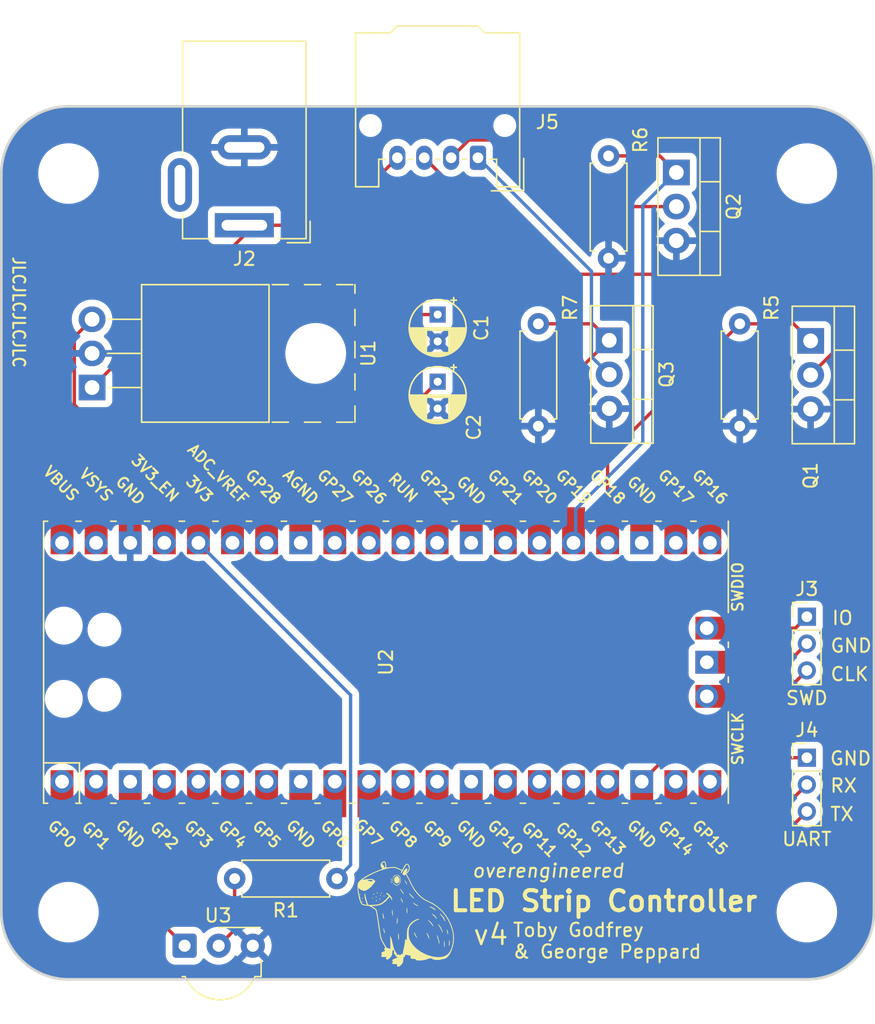
<source format=kicad_pcb>
(kicad_pcb (version 20221018) (generator pcbnew)
  (title_block (title "LED Strip Controller") (date "2023-03-02") (rev "4") (company "Toby Godfrey & George Peppard"))
  (layers (0 "F.Cu" signal) (31 "B.Cu" signal) (34 "B.Paste" user) (35 "F.Paste" user) (36 "B.SilkS" user "B.Silkscreen") (37 "F.SilkS" user "F.Silkscreen") (38 "B.Mask" user) (39 "F.Mask" user) (44 "Edge.Cuts" user))
  (net 0 "")
  (net 1 "+12V")
  (net 2 "GND")
  (net 3 "+5V")
  (net 5 "+3V3")
  (net 6 "Net-(J3-Pin_1)")
  (net 7 "Net-(J3-Pin_2)")
  (net 8 "Net-(J3-Pin_3)")
  (net 9 "Net-(J4-Pin_1)")
  (net 10 "Net-(J4-Pin_2)")
  (net 11 "Net-(J4-Pin_3)")
  (net 12 "Net-(U3-Vs)")
  (net 24 "Net-(U2-GPIO2)")
  (net 44 "Net-(J5-Pin_1)")
  (net 45 "Net-(J5-Pin_2)")
  (net 46 "Net-(J5-Pin_3)")
  (net 47 "Net-(Q1-G)")
  (net 48 "Net-(Q2-G)")
  (net 49 "Net-(Q3-G)")
  (footprint "MountingHole:MountingHole_4mm" (layer "F.Cu") (at 157.22 60)
    (fp_text reference "REF**" hide)
    (fp_text value "MountingHole_4mm" hide)
    (pad "" np_thru_hole circle (at 0 0) (size 4 4) (drill 4) (layers "*.Cu" "*.Mask"))
  )
  (footprint "Package_TO_SOT_THT:TO-220-3_Horizontal_TabUp" (layer "F.Cu") (at 103.978727 75.932718 90)
    (fp_text reference "U1" (at 2.54 20.58 90) (layer "F.SilkS"))
    (fp_text value "L7805")
    (pad "" np_thru_hole oval (at 2.54 16.66 90) (size 3.5 3.5) (drill 3.5) (layers "*.Cu" "*.Mask"))
    (pad "1" thru_hole rect (at 0 0 90) (size 1.905 2) (drill 1.1) (layers "*.Cu" "*.Mask") (net 1 "+12V"))
    (pad "2" thru_hole oval (at 2.54 0 90) (size 1.905 2) (drill 1.1) (layers "*.Cu" "*.Mask") (net 2 "GND"))
    (pad "3" thru_hole oval (at 5.08 0 90) (size 1.905 2) (drill 1.1) (layers "*.Cu" "*.Mask") (net 3 "+5V"))
  )
  (footprint "Connector_BarrelJack:BarrelJack_Wuerth_6941xx301002" (layer "F.Cu") (at 115.32 63.85 180)
    (fp_text reference "J2" (at 0 -2.5) (layer "F.SilkS"))
    (fp_text value "12V_IN")
    (pad "1" thru_hole rect (at 0 0 180) (size 4.4 1.8) (drill oval 3.4 0.8) (layers "*.Cu" "*.Mask") (net 1 "+12V"))
    (pad "2" thru_hole oval (at 0 5.8 180) (size 4 1.8) (drill oval 3 0.8) (layers "*.Cu" "*.Mask") (net 2 "GND"))
    (pad "3" thru_hole oval (at 4.8 3 270) (size 4 1.8) (drill oval 3 0.8) (layers "*.Cu" "*.Mask"))
  )
  (footprint "Resistor_THT:R_Axial_DIN0207_L6.3mm_D2.5mm_P7.62mm_Horizontal" (layer "F.Cu") (at 142.449793 58.684866 -90)
    (fp_text reference "R6" (at -1.184866 -2.37 90) (layer "F.SilkS"))
    (fp_text value "10k")
    (pad "1" thru_hole circle (at 0 0 270) (size 1.6 1.6) (drill 0.8) (layers "*.Cu" "*.Mask") (net 48 "Net-(Q2-G)"))
    (pad "2" thru_hole oval (at 7.62 0 270) (size 1.6 1.6) (drill 0.8) (layers "*.Cu" "*.Mask") (net 2 "GND"))
  )
  (footprint "OptoDevice:Vishay_MOLD-3Pin" (layer "F.Cu") (at 110.87 117.5)
    (fp_text reference "U3" (at 2.5 -2.25 180) (layer "F.SilkS"))
    (fp_text value "TSOP2438")
    (pad "1" thru_hole roundrect (at 0 0) (size 1.8 1.8) (drill 0.9) (layers "*.Cu" "*.Mask") (roundrect_rratio 0.138) (net 24 "Net-(U2-GPIO2)"))
    (pad "2" thru_hole circle (at 2.54 0) (size 1.8 1.8) (drill 0.9) (layers "*.Cu" "*.Mask") (net 12 "Net-(U3-Vs)"))
    (pad "3" thru_hole circle (at 5.08 0) (size 1.8 1.8) (drill 0.9) (layers "*.Cu" "*.Mask") (net 2 "GND"))
  )
  (footprint "Connector_Molex:Molex_MicroClasp_55935-0410_1x04_P2.00mm_Horizontal" (layer "F.Cu") (at 132.72 58.825 180)
    (fp_text reference "J5" (at -5.169811 2.657192) (layer "F.SilkS"))
    (fp_text value "LED_Strip")
    (pad "" np_thru_hole circle (at -2 2.4 180) (size 1.2 1.2) (drill 1.2) (layers "*.Cu" "*.Mask"))
    (pad "" np_thru_hole circle (at 8 2.4 180) (size 1.2 1.2) (drill 1.2) (layers "*.Cu" "*.Mask"))
    (pad "1" thru_hole roundrect (at 0 0 180) (size 1.2 1.8) (drill 0.8) (layers "*.Cu" "*.Mask") (roundrect_rratio 0.2083333333) (net 44 "Net-(J5-Pin_1)"))
    (pad "2" thru_hole oval (at 2 0 180) (size 1.2 1.8) (drill 0.8) (layers "*.Cu" "*.Mask") (net 45 "Net-(J5-Pin_2)"))
    (pad "3" thru_hole oval (at 4 0 180) (size 1.2 1.8) (drill 0.8) (layers "*.Cu" "*.Mask") (net 46 "Net-(J5-Pin_3)"))
    (pad "4" thru_hole oval (at 6 0 180) (size 1.2 1.8) (drill 0.8) (layers "*.Cu" "*.Mask") (net 1 "+12V"))
  )
  (footprint "LOGO" (layer "F.Cu") (at 127.22 115)
    (fp_text reference "G***" hide)
    (fp_text value "LOGO" hide)
  )
  (footprint "Package_TO_SOT_THT:TO-220-3_Vertical" (layer "F.Cu") (at 142.5 72.42 -90)
    (fp_text reference "Q3" (at 2.54 -4.27 90) (layer "F.SilkS"))
    (fp_text value "IRL520N")
    (pad "1" thru_hole rect (at 0 0 270) (size 1.905 2) (drill 1.1) (layers "*.Cu" "*.Mask") (net 49 "Net-(Q3-G)"))
    (pad "2" thru_hole oval (at 2.54 0 270) (size 1.905 2) (drill 1.1) (layers "*.Cu" "*.Mask") (net 44 "Net-(J5-Pin_1)"))
    (pad "3" thru_hole oval (at 5.08 0 270) (size 1.905 2) (drill 1.1) (layers "*.Cu" "*.Mask") (net 2 "GND"))
  )
  (footprint "Package_TO_SOT_THT:TO-220-3_Vertical" (layer "F.Cu") (at 157.5 72.46 -90)
    (fp_text reference "Q1" (at 10.04 0 90) (layer "F.SilkS"))
    (fp_text value "IRL520N")
    (pad "1" thru_hole rect (at 0 0 270) (size 1.905 2) (drill 1.1) (layers "*.Cu" "*.Mask") (net 47 "Net-(Q1-G)"))
    (pad "2" thru_hole oval (at 2.54 0 270) (size 1.905 2) (drill 1.1) (layers "*.Cu" "*.Mask") (net 46 "Net-(J5-Pin_3)"))
    (pad "3" thru_hole oval (at 5.08 0 270) (size 1.905 2) (drill 1.1) (layers "*.Cu" "*.Mask") (net 2 "GND"))
  )
  (footprint "Connector_PinHeader_2.00mm:PinHeader_1x03_P2.00mm_Vertical" (layer "F.Cu") (at 157.22 103.5)
    (fp_text reference "J4" (at 0 -2.06) (layer "F.SilkS"))
    (fp_text value "UART" (at 0 6.06) (layer "F.SilkS"))
    (pad "1" thru_hole rect (at 0 0) (size 1.35 1.35) (drill 0.8) (layers "*.Cu" "*.Mask") (net 9 "Net-(J4-Pin_1)"))
    (pad "2" thru_hole oval (at 0 2) (size 1.35 1.35) (drill 0.8) (layers "*.Cu" "*.Mask") (net 10 "Net-(J4-Pin_2)"))
    (pad "3" thru_hole oval (at 0 4) (size 1.35 1.35) (drill 0.8) (layers "*.Cu" "*.Mask") (net 11 "Net-(J4-Pin_3)"))
  )
  (footprint "Capacitor_THT:CP_Radial_D4.0mm_P2.00mm" (layer "F.Cu") (at 129.72 75.5 -90)
    (fp_text reference "C2" (at 3.404785 -2.69595 90) (layer "F.SilkS"))
    (fp_text value "1uF")
    (pad "1" thru_hole rect (at 0 0 270) (size 1.2 1.2) (drill 0.6) (layers "*.Cu" "*.Mask") (net 3 "+5V"))
    (pad "2" thru_hole circle (at 2 0 270) (size 1.2 1.2) (drill 0.6) (layers "*.Cu" "*.Mask") (net 2 "GND"))
  )
  (footprint "MCU_RaspberryPi_and_Boards:RPi_Pico_SMD_TH" (layer "F.Cu") (at 125.87 96.39 90)
    (fp_text reference "U2" (at 0 0 90) (layer "F.SilkS"))
    (fp_text value "Pico")
    (fp_text user "SWDIO" (at 5.6 26.2 90) (layer "F.SilkS") (effects (font (size 0.8 0.8))))
    (fp_text user "GP8" (at -12.8 1.27 135) (layer "F.SilkS") (effects (font (size 0.8 0.8))))
    (fp_text user "AGND" (at 13.054 -6.35 135) (layer "F.SilkS") (effects (font (size 0.8 0.8))))
    (fp_text user "GND" (at -12.8 19.05 135) (layer "F.SilkS") (effects (font (size 0.8 0.8))))
    (fp_text user "GP17" (at 13.054 21.59 135) (layer "F.SilkS") (effects (font (size 0.8 0.8))))
    (fp_text user "GP22" (at 13.054 3.81 135) (layer "F.SilkS") (effects (font (size 0.8 0.8))))
    (fp_text user "3V3" (at 12.9 -13.9 135) (layer "F.SilkS") (effects (font (size 0.8 0.8))))
    (fp_text user "GP7" (at -12.7 -1.3 135) (layer "F.SilkS") (effects (font (size 0.8 0.8))))
    (fp_text user "RUN" (at 13 1.27 135) (layer "F.SilkS") (effects (font (size 0.8 0.8))))
    (fp_text user "GP19" (at 13.054 13.97 135) (layer "F.SilkS") (effects (font (size 0.8 0.8))))
    (fp_text user "GP6" (at -12.8 -3.81 135) (layer "F.SilkS") (effects (font (size 0.8 0.8))))
    (fp_text user "VSYS" (at 13.2 -21.59 135) (layer "F.SilkS") (effects (font (size 0.8 0.8))))
    (fp_text user "GND" (at 12.8 6.35 135) (layer "F.SilkS") (effects (font (size 0.8 0.8))))
    (fp_text user "GP18" (at 13.054 16.51 135) (layer "F.SilkS") (effects (font (size 0.8 0.8))))
    (fp_text user "GP28" (at 13.054 -9.144 135) (layer "F.SilkS") (effects (font (size 0.8 0.8))))
    (fp_text user "GP27" (at 13.054 -3.8 135) (layer "F.SilkS") (effects (font (size 0.8 0.8))))
    (fp_text user "GND" (at -12.8 -6.35 135) (layer "F.SilkS") (effects (font (size 0.8 0.8))))
    (fp_text user "SWCLK" (at -5.7 26.2 90) (layer "F.SilkS") (effects (font (size 0.8 0.8))))
    (fp_text user "GP5" (at -12.8 -8.89 135) (layer "F.SilkS") (effects (font (size 0.8 0.8))))
    (fp_text user "VBUS" (at 13.3 -24.2 135) (layer "F.SilkS") (effects (font (size 0.8 0.8))))
    (fp_text user "GP2" (at -12.9 -16.51 135) (layer "F.SilkS") (effects (font (size 0.8 0.8))))
    (fp_text user "GND" (at -12.8 -19.05 135) (layer "F.SilkS") (effects (font (size 0.8 0.8))))
    (fp_text user "GP21" (at 13.054 8.9 135) (layer "F.SilkS") (effects (font (size 0.8 0.8))))
    (fp_text user "GP11" (at -13.2 11.43 135) (layer "F.SilkS") (effects (font (size 0.8 0.8))))
    (fp_text user "GP26" (at 13.054 -1.27 135) (layer "F.SilkS") (effects (font (size 0.8 0.8))))
    (fp_text user "GP10" (at -13.054 8.89 135) (layer "F.SilkS") (effects (font (size 0.8 0.8))))
    (fp_text user "GP0" (at -12.8 -24.13 135) (layer "F.SilkS") (effects (font (size 0.8 0.8))))
    (fp_text user "GP3" (at -12.8 -13.97 135) (layer "F.SilkS") (effects (font (size 0.8 0.8))))
    (fp_text user "GP4" (at -12.8 -11.43 135) (layer "F.SilkS") (effects (font (size 0.8 0.8))))
    (fp_text user "GP16" (at 13.054 24.13 135) (layer "F.SilkS") (effects (font (size 0.8 0.8))))
    (fp_text user "GND" (at 12.8 -19.05 135) (layer "F.SilkS") (effects (font (size 0.8 0.8))))
    (fp_text user "GND" (at 12.8 19.05 135) (layer "F.SilkS") (effects (font (size 0.8 0.8))))
    (fp_text user "GND" (at -12.8 6.35 135) (layer "F.SilkS") (effects (font (size 0.8 0.8))))
    (fp_text user "ADC_VREF" (at 14 -12.5 135) (layer "F.SilkS") (effects (font (size 0.8 0.8))))
    (fp_text user "GP1" (at -12.9 -21.6 135) (layer "F.SilkS") (effects (font (size 0.8 0.8))))
    (fp_text user "GP13" (at -13.054 16.51 135) (layer "F.SilkS") (effects (font (size 0.8 0.8))))
    (fp_text user "3V3_EN" (at 13.7 -17.2 135) (layer "F.SilkS") (effects (font (size 0.8 0.8))))
    (fp_text user "GP20" (at 13.054 11.43 135) (layer "F.SilkS") (effects (font (size 0.8 0.8))))
    (fp_text user "GP9" (at -12.8 3.81 135) (layer "F.SilkS") (effects (font (size 0.8 0.8))))
    (fp_text user "GP14" (at -13.1 21.59 135) (layer "F.SilkS") (effects (font (size 0.8 0.8))))
    (fp_text user "GP12" (at -13.2 13.97 135) (layer "F.SilkS") (effects (font (size 0.8 0.8))))
    (fp_text user "GP15" (at -13.054 24.13 135) (layer "F.SilkS") (effects (font (size 0.8 0.8))))
    (pad "" np_thru_hole oval (at -2.725 -24 90) (size 1.8 1.8) (drill 1.8) (layers "*.Cu" "*.Mask"))
    (pad "" np_thru_hole oval (at -2.425 -20.97 90) (size 1.5 1.5) (drill 1.5) (layers "*.Cu" "*.Mask"))
    (pad "" np_thru_hole oval (at 2.425 -20.97 90) (size 1.5 1.5) (drill 1.5) (layers "*.Cu" "*.Mask"))
    (pad "" np_thru_hole oval (at 2.725 -24 90) (size 1.8 1.8) (drill 1.8) (layers "*.Cu" "*.Mask"))
    (pad "1" thru_hole oval (at -8.89 -24.13 90) (size 1.7 1.7) (drill 1.02) (layers "*.Cu" "*.Mask"))
    (pad "1" smd rect (at -8.89 -24.13 90) (size 3.5 1.7) (drill (offset -0.9 0)) (layers "F.Cu" "F.Mask"))
    (pad "2" thru_hole oval (at -8.89 -21.59 90) (size 1.7 1.7) (drill 1.02) (layers "*.Cu" "*.Mask"))
    (pad "2" smd rect (at -8.89 -21.59 90) (size 3.5 1.7) (drill (offset -0.9 0)) (layers "F.Cu" "F.Mask"))
    (pad "3" thru_hole rect (at -8.89 -19.05 90) (size 1.7 1.7) (drill 1.02) (layers "*.Cu" "*.Mask"))
    (pad "3" smd rect (at -8.89 -19.05 90) (size 3.5 1.7) (drill (offset -0.9 0)) (layers "F.Cu" "F.Mask"))
    (pad "4" thru_hole oval (at -8.89 -16.51 90) (size 1.7 1.7) (drill 1.02) (layers "*.Cu" "*.Mask") (net 24 "Net-(U2-GPIO2)"))
    (pad "4" smd rect (at -8.89 -16.51 90) (size 3.5 1.7) (drill (offset -0.9 0)) (layers "F.Cu" "F.Mask") (net 24 "Net-(U2-GPIO2)"))
    (pad "5" thru_hole oval (at -8.89 -13.97 90) (size 1.7 1.7) (drill 1.02) (layers "*.Cu" "*.Mask"))
    (pad "5" smd rect (at -8.89 -13.97 90) (size 3.5 1.7) (drill (offset -0.9 0)) (layers "F.Cu" "F.Mask"))
    (pad "6" thru_hole oval (at -8.89 -11.43 90) (size 1.7 1.7) (drill 1.02) (layers "*.Cu" "*.Mask"))
    (pad "6" smd rect (at -8.89 -11.43 90) (size 3.5 1.7) (drill (offset -0.9 0)) (layers "F.Cu" "F.Mask"))
    (pad "7" thru_hole oval (at -8.89 -8.89 90) (size 1.7 1.7) (drill 1.02) (layers "*.Cu" "*.Mask"))
    (pad "7" smd rect (at -8.89 -8.89 90) (size 3.5 1.7) (drill (offset -0.9 0)) (layers "F.Cu" "F.Mask"))
    (pad "8" thru_hole rect (at -8.89 -6.35 90) (size 1.7 1.7) (drill 1.02) (layers "*.Cu" "*.Mask"))
    (pad "8" smd rect (at -8.89 -6.35 90) (size 3.5 1.7) (drill (offset -0.9 0)) (layers "F.Cu" "F.Mask"))
    (pad "9" thru_hole oval (at -8.89 -3.81 90) (size 1.7 1.7) (drill 1.02) (layers "*.Cu" "*.Mask"))
    (pad "9" smd rect (at -8.89 -3.81 90) (size 3.5 1.7) (drill (offset -0.9 0)) (layers "F.Cu" "F.Mask"))
    (pad "10" thru_hole oval (at -8.89 -1.27 90) (size 1.7 1.7) (drill 1.02) (layers "*.Cu" "*.Mask"))
    (pad "10" smd rect (at -8.89 -1.27 90) (size 3.5 1.7) (drill (offset -0.9 0)) (layers "F.Cu" "F.Mask"))
    (pad "11" thru_hole oval (at -8.89 1.27 90) (size 1.7 1.7) (drill 1.02) (layers "*.Cu" "*.Mask"))
    (pad "11" smd rect (at -8.89 1.27 90) (size 3.5 1.7) (drill (offset -0.9 0)) (layers "F.Cu" "F.Mask"))
    (pad "12" thru_hole oval (at -8.89 3.81 90) (size 1.7 1.7) (drill 1.02) (layers "*.Cu" "*.Mask"))
    (pad "12" smd rect (at -8.89 3.81 90) (size 3.5 1.7) (drill (offset -0.9 0)) (layers "F.Cu" "F.Mask"))
    (pad "13" thru_hole rect (at -8.89 6.35 90) (size 1.7 1.7) (drill 1.02) (layers "*.Cu" "*.Mask"))
    (pad "13" smd rect (at -8.89 6.35 90) (size 3.5 1.7) (drill (offset -0.9 0)) (layers "F.Cu" "F.Mask"))
    (pad "14" thru_hole oval (at -8.89 8.89 90) (size 1.7 1.7) (drill 1.02) (layers "*.Cu" "*.Mask"))
    (pad "14" smd rect (at -8.89 8.89 90) (size 3.5 1.7) (drill (offset -0.9 0)) (layers "F.Cu" "F.Mask"))
    (pad "15" thru_hole oval (at -8.89 11.43 90) (size 1.7 1.7) (drill 1.02) (layers "*.Cu" "*.Mask"))
    (pad "15" smd rect (at -8.89 11.43 90) (size 3.5 1.7) (drill (offset -0.9 0)) (layers "F.Cu" "F.Mask"))
    (pad "16" thru_hole oval (at -8.89 13.97 90) (size 1.7 1.7) (drill 1.02) (layers "*.Cu" "*.Mask") (net 11 "Net-(J4-Pin_3)"))
    (pad "16" smd rect (at -8.89 13.97 90) (size 3.5 1.7) (drill (offset -0.9 0)) (layers "F.Cu" "F.Mask") (net 11 "Net-(J4-Pin_3)"))
    (pad "17" thru_hole oval (at -8.89 16.51 90) (size 1.7 1.7) (drill 1.02) (layers "*.Cu" "*.Mask") (net 10 "Net-(J4-Pin_2)"))
    (pad "17" smd rect (at -8.89 16.51 90) (size 3.5 1.7) (drill (offset -0.9 0)) (layers "F.Cu" "F.Mask") (net 10 "Net-(J4-Pin_2)"))
    (pad "18" thru_hole rect (at -8.89 19.05 90) (size 1.7 1.7) (drill 1.02) (layers "*.Cu" "*.Mask") (net 9 "Net-(J4-Pin_1)"))
    (pad "18" smd rect (at -8.89 19.05 90) (size 3.5 1.7) (drill (offset -0.9 0)) (layers "F.Cu" "F.Mask") (net 9 "Net-(J4-Pin_1)"))
    (pad "19" thru_hole oval (at -8.89 21.59 90) (size 1.7 1.7) (drill 1.02) (layers "*.Cu" "*.Mask"))
    (pad "19" smd rect (at -8.89 21.59 90) (size 3.5 1.7) (drill (offset -0.9 0)) (layers "F.Cu" "F.Mask"))
    (pad "20" thru_hole oval (at -8.89 24.13 90) (size 1.7 1.7) (drill 1.02) (layers "*.Cu" "*.Mask"))
    (pad "20" smd rect (at -8.89 24.13 90) (size 3.5 1.7) (drill (offset -0.9 0)) (layers "F.Cu" "F.Mask"))
    (pad "21" thru_hole oval (at 8.89 24.13 90) (size 1.7 1.7) (drill 1.02) (layers "*.Cu" "*.Mask"))
    (pad "21" smd rect (at 8.89 24.13 90) (size 3.5 1.7) (drill (offset 0.9 0)) (layers "F.Cu" "F.Mask"))
    (pad "22" thru_hole oval (at 8.89 21.59 90) (size 1.7 1.7) (drill 1.02) (layers "*.Cu" "*.Mask"))
    (pad "22" smd rect (at 8.89 21.59 90) (size 3.5 1.7) (drill (offset 0.9 0)) (layers "F.Cu" "F.Mask"))
    (pad "23" thru_hole rect (at 8.89 19.05 90) (size 1.7 1.7) (drill 1.02) (layers "*.Cu" "*.Mask"))
    (pad "23" smd rect (at 8.89 19.05 90) (size 3.5 1.7) (drill (offset 0.9 0)) (layers "F.Cu" "F.Mask"))
    (pad "24" thru_hole oval (at 8.89 16.51 90) (size 1.7 1.7) (drill 1.02) (layers "*.Cu" "*.Mask") (net 47 "Net-(Q1-G)"))
    (pad "24" smd rect (at 8.89 16.51 90) (size 3.5 1.7) (drill (offset 0.9 0)) (layers "F.Cu" "F.Mask") (net 47 "Net-(Q1-G)"))
    (pad "25" thru_hole oval (at 8.89 13.97 90) (size 1.7 1.7) (drill 1.02) (layers "*.Cu" "*.Mask") (net 48 "Net-(Q2-G)"))
    (pad "25" smd rect (at 8.89 13.97 90) (size 3.5 1.7) (drill (offset 0.9 0)) (layers "F.Cu" "F.Mask") (net 48 "Net-(Q2-G)"))
    (pad "26" thru_hole oval (at 8.89 11.43 90) (size 1.7 1.7) (drill 1.02) (layers "*.Cu" "*.Mask") (net 49 "Net-(Q3-G)"))
    (pad "26" smd rect (at 8.89 11.43 90) (size 3.5 1.7) (drill (offset 0.9 0)) (layers "F.Cu" "F.Mask") (net 49 "Net-(Q3-G)"))
    (pad "27" thru_hole oval (at 8.89 8.89 90) (size 1.7 1.7) (drill 1.02) (layers "*.Cu" "*.Mask"))
    (pad "27" smd rect (at 8.89 8.89 90) (size 3.5 1.7) (drill (offset 0.9 0)) (layers "F.Cu" "F.Mask"))
    (pad "28" thru_hole rect (at 8.89 6.35 90) (size 1.7 1.7) (drill 1.02) (layers "*.Cu" "*.Mask"))
    (pad "28" smd rect (at 8.89 6.35 90) (size 3.5 1.7) (drill (offset 0.9 0)) (layers "F.Cu" "F.Mask"))
    (pad "29" thru_hole oval (at 8.89 3.81 90) (size 1.7 1.7) (drill 1.02) (layers "*.Cu" "*.Mask"))
    (pad "29" smd rect (at 8.89 3.81 90) (size 3.5 1.7) (drill (offset 0.9 0)) (layers "F.Cu" "F.Mask"))
    (pad "30" thru_hole oval (at 8.89 1.27 90) (size 1.7 1.7) (drill 1.02) (layers "*.Cu" "*.Mask"))
    (pad "30" smd rect (at 8.89 1.27 90) (size 3.5 1.7) (drill (offset 0.9 0)) (layers "F.Cu" "F.Mask"))
    (pad "31" thru_hole oval (at 8.89 -1.27 90) (size 1.7 1.7) (drill 1.02) (layers "*.Cu" "*.Mask"))
    (pad "31" smd rect (at 8.89 -1.27 90) (size 3.5 1.7) (drill (offset 0.9 0)) (layers "F.Cu" "F.Mask"))
    (pad "32" thru_hole oval (at 8.89 -3.81 90) (size 1.7 1.7) (drill 1.02) (layers "*.Cu" "*.Mask"))
    (pad "32" smd rect (at 8.89 -3.81 90) (size 3.5 1.7) (drill (offset 0.9 0)) (layers "F.Cu" "F.Mask"))
    (pad "33" thru_hole rect (at 8.89 -6.35 90) (size 1.7 1.7) (drill 1.02) (layers "*.Cu" "*.Mask"))
    (pad "33" smd rect (at 8.89 -6.35 90) (size 3.5 1.7) (drill (offset 0.9 0)) (layers "F.Cu" "F.Mask"))
    (pad "34" thru_hole oval (at 8.89 -8.89 90) (size 1.7 1.7) (drill 1.02) (layers "*.Cu" "*.Mask"))
    (pad "34" smd rect (at 8.89 -8.89 90) (size 3.5 1.7) (drill (offset 0.9 0)) (layers "F.Cu" "F.Mask"))
    (pad "35" thru_hole oval (at 8.89 -11.43 90) (size 1.7 1.7) (drill 1.02) (layers "*.Cu" "*.Mask"))
    (pad "35" smd rect (at 8.89 -11.43 90) (size 3.5 1.7) (drill (offset 0.9 0)) (layers "F.Cu" "F.Mask"))
    (pad "36" thru_hole oval (at 8.89 -13.97 90) (size 1.7 1.7) (drill 1.02) (layers "*.Cu" "*.Mask") (net 5 "+3V3"))
    (pad "36" smd rect (at 8.89 -13.97 90) (size 3.5 1.7) (drill (offset 0.9 0)) (layers "F.Cu" "F.Mask") (net 5 "+3V3"))
    (pad "37" thru_hole oval (at 8.89 -16.51 90) (size 1.7 1.7) (drill 1.02) (layers "*.Cu" "*.Mask"))
    (pad "37" smd rect (at 8.89 -16.51 90) (size 3.5 1.7) (drill (offset 0.9 0)) (layers "F.Cu" "F.Mask"))
    (pad "38" thru_hole rect (at 8.89 -19.05 90) (size 1.7 1.7) (drill 1.02) (layers "*.Cu" "*.Mask") (net 2 "GND"))
    (pad "38" smd rect (at 8.89 -19.05 90) (size 3.5 1.7) (drill (offset 0.9 0)) (layers "F.Cu" "F.Mask") (net 2 "GND"))
    (pad "39" thru_hole oval (at 8.89 -21.59 90) (size 1.7 1.7) (drill 1.02) (layers "*.Cu" "*.Mask") (net 3 "+5V"))
    (pad "39" smd rect (at 8.89 -21.59 90) (size 3.5 1.7) (drill (offset 0.9 0)) (layers "F.Cu" "F.Mask") (net 3 "+5V"))
    (pad "40" thru_hole oval (at 8.89 -24.13 90) (size 1.7 1.7) (drill 1.02) (layers "*.Cu" "*.Mask"))
    (pad "40" smd rect (at 8.89 -24.13 90) (size 3.5 1.7) (drill (offset 0.9 0)) (layers "F.Cu" "F.Mask"))
    (pad "41" thru_hole oval (at -2.54 23.9 90) (size 1.7 1.7) (drill 1.02) (layers "*.Cu" "*.Mask") (net 8 "Net-(J3-Pin_3)"))
    (pad "41" smd rect (at -2.54 23.9 180) (size 3.5 1.7) (drill (offset -0.9 0)) (layers "F.Cu" "F.Mask") (net 8 "Net-(J3-Pin_3)"))
    (pad "42" thru_hole rect (at 0 23.9 90) (size 1.7 1.7) (drill 1.02) (layers "*.Cu" "*.Mask") (net 7 "Net-(J3-Pin_2)"))
    (pad "42" smd rect (at 0 23.9 180) (size 3.5 1.7) (drill (offset -0.9 0)) (layers "F.Cu" "F.Mask") (net 7 "Net-(J3-Pin_2)"))
    (pad "43" thru_hole oval (at 2.54 23.9 90) (size 1.7 1.7) (drill 1.02) (layers "*.Cu" "*.Mask") (net 6 "Net-(J3-Pin_1)"))
    (pad "43" smd rect (at 2.54 23.9 180) (size 3.5 1.7) (drill (offset -0.9 0)) (layers "F.Cu" "F.Mask") (net 6 "Net-(J3-Pin_1)"))
  )
  (footprint "Resistor_THT:R_Axial_DIN0207_L6.3mm_D2.5mm_P7.62mm_Horizontal" (layer "F.Cu") (at 152.22 71.19 -90)
    (fp_text reference "R5" (at -1.19 -2.37 90) (layer "F.SilkS"))
    (fp_text value "10k")
    (pad "1" thru_hole circle (at 0 0 270) (size 1.6 1.6) (drill 0.8) (layers "*.Cu" "*.Mask") (net 47 "Net-(Q1-G)"))
    (pad "2" thru_hole oval (at 7.62 0 270) (size 1.6 1.6) (drill 0.8) (layers "*.Cu" "*.Mask") (net 2 "GND"))
  )
  (footprint "Package_TO_SOT_THT:TO-220-3_Vertical" (layer "F.Cu") (at 147.5 59.92 -90)
    (fp_text reference "Q2" (at 2.54 -4.27 90) (layer "F.SilkS"))
    (fp_text value "IRL520N")
    (pad "1" thru_hole rect (at 0 0 270) (size 1.905 2) (drill 1.1) (layers "*.Cu" "*.Mask") (net 48 "Net-(Q2-G)"))
    (pad "2" thru_hole oval (at 2.54 0 270) (size 1.905 2) (drill 1.1) (layers "*.Cu" "*.Mask") (net 45 "Net-(J5-Pin_2)"))
    (pad "3" thru_hole oval (at 5.08 0 270) (size 1.905 2) (drill 1.1) (layers "*.Cu" "*.Mask") (net 2 "GND"))
  )
  (footprint "Capacitor_THT:CP_Radial_D4.0mm_P2.00mm" (layer "F.Cu") (at 129.72 70.5 -90)
    (fp_text reference "C1" (at 1 -3.25 90) (layer "F.SilkS"))
    (fp_text value "10uF")
    (pad "1" thru_hole rect (at 0 0 270) (size 1.2 1.2) (drill 0.6) (layers "*.Cu" "*.Mask") (net 1 "+12V"))
    (pad "2" thru_hole circle (at 2 0 270) (size 1.2 1.2) (drill 0.6) (layers "*.Cu" "*.Mask") (net 2 "GND"))
  )
  (footprint "MountingHole:MountingHole_4mm" (layer "F.Cu") (at 157.22 115)
    (fp_text reference "REF**" hide)
    (fp_text value "MountingHole_4mm" hide)
    (pad "" np_thru_hole circle (at 0 0) (size 4 4) (drill 4) (layers "*.Cu" "*.Mask"))
  )
  (footprint "Resistor_THT:R_Axial_DIN0207_L6.3mm_D2.5mm_P7.62mm_Horizontal" (layer "F.Cu") (at 122.22 112.5 180)
    (fp_text reference "R1" (at 3.81 -2.37) (layer "F.SilkS"))
    (fp_text value "660")
    (pad "1" thru_hole circle (at 0 0 180) (size 1.6 1.6) (drill 0.8) (layers "*.Cu" "*.Mask") (net 5 "+3V3"))
    (pad "2" thru_hole oval (at 7.62 0 180) (size 1.6 1.6) (drill 0.8) (layers "*.Cu" "*.Mask") (net 12 "Net-(U3-Vs)"))
  )
  (footprint "MountingHole:MountingHole_4mm" (layer "F.Cu") (at 102.22 60)
    (fp_text reference "REF**" hide)
    (fp_text value "MountingHole_4mm" hide)
    (pad "" np_thru_hole circle (at 0 0) (size 4 4) (drill 4) (layers "*.Cu" "*.Mask"))
  )
  (footprint "Resistor_THT:R_Axial_DIN0207_L6.3mm_D2.5mm_P7.62mm_Horizontal" (layer "F.Cu") (at 137.22 71.19 -90)
    (fp_text reference "R7" (at -1.19 -2.37 90) (layer "F.SilkS"))
    (fp_text value "10k")
    (pad "1" thru_hole circle (at 0 0 270) (size 1.6 1.6) (drill 0.8) (layers "*.Cu" "*.Mask") (net 49 "Net-(Q3-G)"))
    (pad "2" thru_hole oval (at 7.62 0 270) (size 1.6 1.6) (drill 0.8) (layers "*.Cu" "*.Mask") (net 2 "GND"))
  )
  (footprint "MountingHole:MountingHole_4mm" (layer "F.Cu") (at 102.22 115)
    (fp_text reference "REF**" hide)
    (fp_text value "MountingHole_4mm" hide)
    (pad "" np_thru_hole circle (at 0 0) (size 4 4) (drill 4) (layers "*.Cu" "*.Mask"))
  )
  (footprint "Connector_PinHeader_2.00mm:PinHeader_1x03_P2.00mm_Vertical" (layer "F.Cu") (at 157.22 93)
    (fp_text reference "J3" (at 0 -2.06) (layer "F.SilkS"))
    (fp_text value "SWD" (at 0 6.06) (layer "F.SilkS"))
    (pad "1" thru_hole rect (at 0 0) (size 1.35 1.35) (drill 0.8) (layers "*.Cu" "*.Mask") (net 6 "Net-(J3-Pin_1)"))
    (pad "2" thru_hole oval (at 0 2) (size 1.35 1.35) (drill 0.8) (layers "*.Cu" "*.Mask") (net 7 "Net-(J3-Pin_2)"))
    (pad "3" thru_hole oval (at 0 4) (size 1.35 1.35) (drill 0.8) (layers "*.Cu" "*.Mask") (net 8 "Net-(J3-Pin_3)"))
  )
  (gr_arc (start 162.22 115) (mid 160.755534 118.535534) (end 157.22 120) (stroke (width 0.2)) (layer "Edge.Cuts"))
  (gr_arc (start 157.22 55) (mid 160.755534 56.464466) (end 162.22 60) (stroke (width 0.2)) (layer "Edge.Cuts"))
  (gr_line (start 97.22 115) (end 97.22 60) (stroke (width 0.2)) (layer "Edge.Cuts"))
  (gr_line (start 102.22 55) (end 157.22 55) (stroke (width 0.2)) (layer "Edge.Cuts"))
  (gr_line (start 157.22 120) (end 102.22 120) (stroke (width 0.2)) (layer "Edge.Cuts"))
  (gr_line (start 162.22 60) (end 162.22 115) (stroke (width 0.2)) (layer "Edge.Cuts"))
  (gr_arc (start 102.22 120) (mid 98.684466 118.535534) (end 97.22 115) (stroke (width 0.2)) (layer "Edge.Cuts"))
  (gr_arc (start 97.22 60) (mid 98.684466 56.464466) (end 102.22 55) (stroke (width 0.2)) (layer "Edge.Cuts"))
  (gr_text "IO" (at 159.01318 93.682358) (layer "F.SilkS") (effects (font (size 1 1)) (justify left bottom)))
  (gr_text "TX" (at 158.879563 108.284837) (layer "F.SilkS") (effects (font (size 1 1)) (justify left bottom)))
  (gr_text "GND" (at 158.898651 95.743884) (layer "F.SilkS") (effects (font (size 1 1)) (justify left bottom)))
  (gr_text "LED Strip Controller" (at 130.515816 115.055548) (layer "F.SilkS") (effects (font (size 1.5 1.5) (thickness 0.3) bold) (justify left bottom)))
  (gr_text "RX" (at 158.879563 106.166046) (layer "F.SilkS") (effects (font (size 1 1)) (justify left bottom)))
  (gr_text "Toby Godfrey\n& George Peppard" (at 135.249674 118.522073) (layer "F.SilkS") (effects (font (size 1 1)) (justify left bottom)))
  (gr_text "overengineered" (at 132.22 112.5) (layer "F.SilkS") (effects (font (size 1 1) (thickness 0.15) italic) (justify left bottom)))
  (gr_text "JLCJLCJLCJLC" (at 98.514059 70.326146 270) (layer "F.SilkS") (effects (font (size 0.9 0.8) (thickness 0.15) bold)))
  (gr_text "GND" (at 158.860475 104.142696) (layer "F.SilkS") (effects (font (size 1 1)) (justify left bottom)))
  (gr_text "CLK" (at 158.898651 97.862675) (layer "F.SilkS") (effects (font (size 1 1)) (justify left bottom)))
  (gr_text "v4" (at 132.267716 117.552937) (layer "F.SilkS") (effects (font (size 1.5 1.5) (thickness 0.1875)) (justify left bottom)))
  (segment (start 115.32 63.85) (end 121.695 63.85) (width 0.25) (layer "F.Cu") (net 1))
  (segment (start 115.32 63.85) (end 115.32 64.591445) (width 0.25) (layer "F.Cu") (net 1))
  (segment (start 115.32 64.591445) (end 103.978727 75.932718) (width 0.25) (layer "F.Cu") (net 1))
  (segment (start 121.695 63.85) (end 126.72 58.825) (width 0.25) (layer "F.Cu") (net 1))
  (segment (start 128.345 70.5) (end 129.72 70.5) (width 0.25) (layer "F.Cu") (net 1))
  (segment (start 121.695 63.85) (end 128.345 70.5) (width 0.25) (layer "F.Cu") (net 1))
  (segment (start 104.28 78.836491) (end 104.28 87.5) (width 0.25) (layer "F.Cu") (net 3))
  (segment (start 105.616491 77.5) (end 127.72 77.5) (width 0.25) (layer "F.Cu") (net 3))
  (segment (start 102.653727 72.177718) (end 102.653727 77.210218) (width 0.25) (layer "F.Cu") (net 3))
  (segment (start 127.72 77.5) (end 129.72 75.5) (width 0.25) (layer "F.Cu") (net 3))
  (segment (start 102.653727 77.210218) (end 104.28 78.836491) (width 0.25) (layer "F.Cu") (net 3))
  (segment (start 103.978727 70.852718) (end 102.653727 72.177718) (width 0.25) (layer "F.Cu") (net 3))
  (segment (start 104.28 78.836491) (end 105.616491 77.5) (width 0.25) (layer "F.Cu") (net 3))
  (segment (start 123.235 111.485) (end 122.22 112.5) (width 0.25) (layer "B.Cu") (net 5))
  (segment (start 123.235 98.835) (end 123.235 111.485) (width 0.25) (layer "B.Cu") (net 5))
  (segment (start 111.9 87.5) (end 123.235 98.835) (width 0.25) (layer "B.Cu") (net 5))
  (segment (start 149.77 93.85) (end 156.37 93.85) (width 0.25) (layer "F.Cu") (net 6))
  (segment (start 156.37 93.85) (end 157.22 93) (width 0.25) (layer "F.Cu") (net 6))
  (segment (start 149.77 96.39) (end 155.83 96.39) (width 0.25) (layer "F.Cu") (net 7))
  (segment (start 155.83 96.39) (end 157.22 95) (width 0.25) (layer "F.Cu") (net 7))
  (segment (start 149.77 98.93) (end 155.29 98.93) (width 0.25) (layer "F.Cu") (net 8))
  (segment (start 155.29 98.93) (end 157.22 97) (width 0.25) (layer "F.Cu") (net 8))
  (segment (start 144.92 105.28) (end 146.7 103.5) (width 0.25) (layer "F.Cu") (net 9))
  (segment (start 146.7 103.5) (end 157.22 103.5) (width 0.25) (layer "F.Cu") (net 9))
  (segment (start 143.745 108.255) (end 154.465 108.255) (width 0.25) (layer "F.Cu") (net 10))
  (segment (start 154.465 108.255) (end 157.22 105.5) (width 0.25) (layer "F.Cu") (net 10))
  (segment (start 142.38 106.89) (end 143.745 108.255) (width 0.25) (layer "F.Cu") (net 10))
  (segment (start 142.38 105.28) (end 142.38 106.89) (width 0.25) (layer "F.Cu") (net 10))
  (segment (start 142.95 110) (end 154.72 110) (width 0.25) (layer "F.Cu") (net 11))
  (segment (start 139.84 106.89) (end 142.95 110) (width 0.25) (layer "F.Cu") (net 11))
  (segment (start 154.72 110) (end 157.22 107.5) (width 0.25) (layer "F.Cu") (net 11))
  (segment (start 139.84 105.28) (end 139.84 106.89) (width 0.25) (layer "F.Cu") (net 11))
  (segment (start 114.6 112.5) (end 114.6 116.31) (width 0.25) (layer "F.Cu") (net 12))
  (segment (start 114.6 116.31) (end 113.41 117.5) (width 0.25) (layer "F.Cu") (net 12))
  (segment (start 109.36 115.99) (end 110.87 117.5) (width 0.25) (layer "F.Cu") (net 24))
  (segment (start 109.36 105.28) (end 109.36 115.99) (width 0.25) (layer "F.Cu") (net 24))
  (segment (start 132.72 58.825) (end 132.979158 58.825) (width 0.25) (layer "F.Cu") (net 44))
  (segment (start 132.72 58.825) (end 141.175 67.28) (width 0.25) (layer "B.Cu") (net 44))
  (segment (start 141.175 67.28) (end 141.175 73.635) (width 0.25) (layer "B.Cu") (net 44))
  (segment (start 141.175 73.635) (end 142.5 74.96) (width 0.25) (layer "B.Cu") (net 44))
  (segment (start 142.46 62.46) (end 147.5 62.46) (width 0.25) (layer "F.Cu") (net 45))
  (segment (start 130.72 58.825) (end 132.045 57.5) (width 0.25) (layer "F.Cu") (net 45))
  (segment (start 132.045 57.5) (end 137.5 57.5) (width 0.25) (layer "F.Cu") (net 45))
  (segment (start 137.5 57.5) (end 142.46 62.46) (width 0.25) (layer "F.Cu") (net 45))
  (segment (start 160 72.5) (end 157.5 75) (width 0.25) (layer "F.Cu") (net 46))
  (segment (start 128.72 58.825) (end 137.395 67.5) (width 0.25) (layer "F.Cu") (net 46))
  (segment (start 137.395 67.5) (end 157.5 67.5) (width 0.25) (layer "F.Cu") (net 46))
  (segment (start 160 70) (end 160 72.5) (width 0.25) (layer "F.Cu") (net 46))
  (segment (start 157.5 67.5) (end 160 70) (width 0.25) (layer "F.Cu") (net 46))
  (segment (start 156.23 71.19) (end 157.5 72.46) (width 0.25) (layer "F.Cu") (net 47))
  (segment (start 152.22 71.19) (end 142.38 81.03) (width 0.25) (layer "F.Cu") (net 47))
  (segment (start 142.38 81.03) (end 142.38 87.5) (width 0.25) (layer "F.Cu") (net 47))
  (segment (start 152.22 71.19) (end 156.23 71.19) (width 0.25) (layer "F.Cu") (net 47))
  (segment (start 142.449793 58.684866) (end 146.264866 58.684866) (width 0.25) (layer "F.Cu") (net 48))
  (segment (start 146.264866 58.684866) (end 147.5 59.92) (width 0.25) (layer "F.Cu") (net 48))
  (segment (start 147.4525 59.92) (end 145 62.3725) (width 0.25) (layer "B.Cu") (net 48))
  (segment (start 147.5 59.92) (end 147.4525 59.92) (width 0.25) (layer "B.Cu") (net 48))
  (segment (start 140 85) (end 140 87.5) (width 0.25) (layer "B.Cu") (net 48))
  (segment (start 145 62.3725) (end 145 80) (width 0.25) (layer "B.Cu") (net 48))
  (segment (start 140 87.5) (end 139.84 87.5) (width 0.25) (layer "B.Cu") (net 48))
  (segment (start 145 80) (end 140 85) (width 0.25) (layer "B.Cu") (net 48))
  (segment (start 142.4525 72.42) (end 140 74.8725) (width 0.25) (layer "F.Cu") (net 49))
  (segment (start 137.22 71.19) (end 141.27 71.19) (width 0.25) (layer "F.Cu") (net 49))
  (segment (start 137.3 82.7) (end 137.3 87.5) (width 0.25) (layer "F.Cu") (net 49))
  (segment (start 140 74.8725) (end 140 80) (width 0.25) (layer "F.Cu") (net 49))
  (segment (start 142.5 72.42) (end 142.4525 72.42) (width 0.25) (layer "F.Cu") (net 49))
  (segment (start 140 80) (end 137.3 82.7) (width 0.25) (layer "F.Cu") (net 49))
  (segment (start 141.27 71.19) (end 142.5 72.42) (width 0.25) (layer "F.Cu") (net 49))
  (zone (net 2) (net_name "GND") (layer "B.Cu") (connect_pads (clearance 0.508)) (min_thickness 0.25) (fill yes (thermal_gap 0.5) (thermal_bridge_width 0.5))
    (polygon (pts (xy 97.22 55) (xy 162.22 55) (xy 162.22 120) (xy 97.22 120)))
  )
)
</source>
